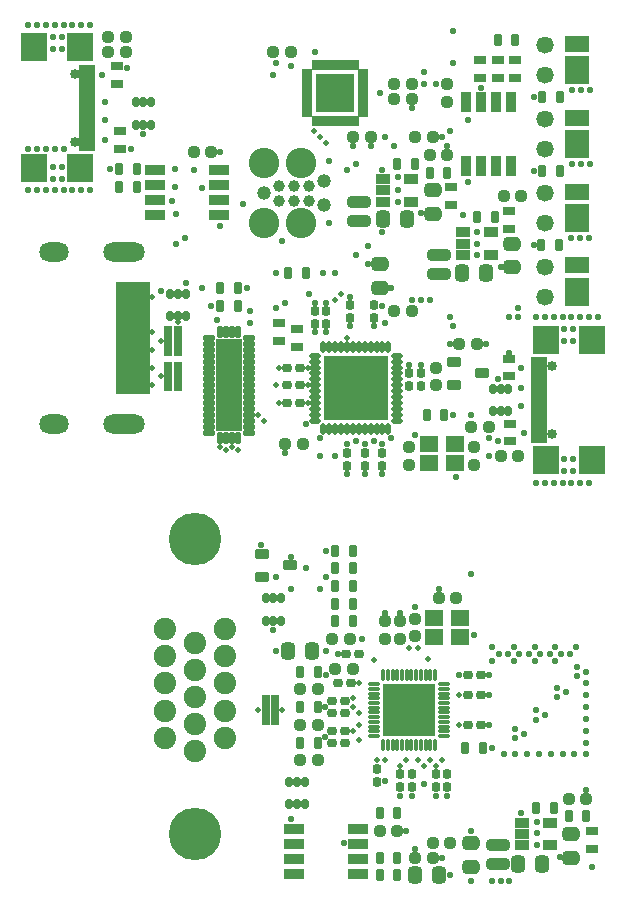
<source format=gts>
%FSLAX46Y46*%
%MOMM*%
%AMPS44*
21,1,5.500000,5.500000,0.000000,0.000000,180.000000*
%
%ADD44PS44*%
%AMPS23*
1,1,1.895000,0.000000,0.000000*
%
%ADD23PS23*%
%AMPS24*
1,1,4.446000,0.000000,0.000000*
%
%ADD24PS24*%
%AMPS48*
21,1,4.400000,4.400000,0.000000,0.000000,90.000000*
%
%ADD48PS48*%
%AMPS26*
21,1,0.450000,0.700000,0.000000,0.000000,90.000000*
%
%ADD26PS26*%
%AMPS29*
21,1,0.450000,0.700000,0.000000,0.000000,270.000000*
%
%ADD29PS29*%
%AMPS54*
21,1,0.800000,1.700000,0.000000,0.000000,0.000000*
%
%ADD54PS54*%
%AMPS39*
21,1,0.800000,1.700000,0.000000,0.000000,90.000000*
%
%ADD39PS39*%
%AMPS55*
21,1,0.800000,1.700000,0.000000,0.000000,180.000000*
%
%ADD55PS55*%
%AMPS38*
21,1,0.800000,1.700000,0.000000,0.000000,270.000000*
%
%ADD38PS38*%
%AMPS27*
21,1,0.650000,0.700000,0.000000,0.000000,90.000000*
%
%ADD27PS27*%
%AMPS28*
21,1,0.650000,0.700000,0.000000,0.000000,270.000000*
%
%ADD28PS28*%
%AMPS61*
21,1,0.800000,1.350000,0.000000,0.000000,90.000000*
%
%ADD61PS61*%
%AMPS31*
21,1,0.800000,1.350000,0.000000,0.000000,270.000000*
%
%ADD31PS31*%
%AMPS66*
21,1,0.500000,0.800000,0.000000,0.000000,0.000000*
%
%ADD66PS66*%
%AMPS68*
21,1,0.500000,0.800000,0.000000,0.000000,90.000000*
%
%ADD68PS68*%
%AMPS67*
21,1,0.500000,0.800000,0.000000,0.000000,180.000000*
%
%ADD67PS67*%
%AMPS69*
21,1,0.500000,0.800000,0.000000,0.000000,270.000000*
%
%ADD69PS69*%
%AMPS37*
21,1,1.300000,2.080000,0.000000,0.000000,90.000000*
%
%ADD37PS37*%
%AMPS72*
21,1,0.500000,2.800000,0.000000,0.000000,270.000000*
%
%ADD72PS72*%
%AMPS36*
21,1,2.400000,2.080000,0.000000,0.000000,90.000000*
%
%ADD36PS36*%
%AMPS62*
21,1,2.380000,2.200000,0.000000,0.000000,90.000000*
%
%ADD62PS62*%
%AMPS32*
21,1,2.380000,2.200000,0.000000,0.000000,270.000000*
%
%ADD32PS32*%
%AMPS63*
21,1,0.500000,1.350000,0.000000,0.000000,90.000000*
%
%ADD63PS63*%
%AMPS33*
21,1,0.500000,1.350000,0.000000,0.000000,270.000000*
%
%ADD33PS33*%
%AMPS53*
21,1,0.900000,1.200000,0.000000,0.000000,270.000000*
%
%ADD53PS53*%
%AMPS60*
21,1,1.600000,1.400000,0.000000,0.000000,0.000000*
%
%ADD60PS60*%
%AMPS65*
21,1,1.600000,1.400000,0.000000,0.000000,180.000000*
%
%ADD65PS65*%
%AMPS75*
1,1,0.550000,0.000000,0.000000*
%
%ADD75PS75*%
%AMPS76*
1,1,0.500000,0.000000,0.000000*
%
%ADD76PS76*%
%AMPS73*
21,1,1.800000,1.700000,0.000000,0.000000,0.000000*
1,1,1.700000,0.900000,0.000000*
1,1,1.700000,-0.900000,0.000000*
%
%ADD73PS73*%
%AMPS74*
21,1,0.800000,1.700000,0.000000,0.000000,0.000000*
1,1,1.700000,0.400000,0.000000*
1,1,1.700000,-0.400000,0.000000*
%
%ADD74PS74*%
%AMPS49*
1,1,2.575000,0.000000,0.000000*
%
%ADD49PS49*%
%AMPS51*
1,1,2.575000,0.000000,0.000000*
%
%ADD51PS51*%
%AMPS16*
1,1,1.470000,0.000000,0.000000*
%
%ADD16PS16*%
%AMPS64*
1,1,0.850000,0.000000,0.000000*
%
%ADD64PS64*%
%AMPS34*
1,1,0.850000,0.000000,0.000000*
%
%ADD34PS34*%
%AMPS52*
1,1,1.190600,0.000000,0.000000*
%
%ADD52PS52*%
%AMPS58*
21,1,2.249999,7.750000,0.000000,0.000000,180.000000*
%
%ADD58PS58*%
%AMPS22*
1,1,0.560000,-0.220000,0.195000*
1,1,0.560000,0.220000,-0.195000*
1,1,0.560000,0.220000,0.195000*
1,1,0.560000,-0.220000,-0.195000*
21,1,1.000000,0.390000,0.000000,0.000000,0.000000*
21,1,0.440000,0.950000,0.000000,0.000000,0.000000*
%
%ADD22PS22*%
%AMPS59*
1,1,0.560000,-0.195000,-0.220000*
1,1,0.560000,0.195000,0.220000*
1,1,0.560000,-0.195000,0.220000*
1,1,0.560000,0.195000,-0.220000*
21,1,1.000000,0.390000,0.000000,0.000000,90.000000*
21,1,0.440000,0.950000,0.000000,0.000000,90.000000*
%
%ADD59PS59*%
%AMPS13*
1,1,0.560000,0.220000,-0.195000*
1,1,0.560000,-0.220000,0.195000*
1,1,0.560000,-0.220000,-0.195000*
1,1,0.560000,0.220000,0.195000*
21,1,1.000000,0.390000,0.000000,0.000000,180.000000*
21,1,0.440000,0.950000,0.000000,0.000000,180.000000*
%
%ADD13PS13*%
%AMPS40*
1,1,0.560000,0.195000,0.220000*
1,1,0.560000,-0.195000,-0.220000*
1,1,0.560000,0.195000,-0.220000*
1,1,0.560000,-0.195000,0.220000*
21,1,1.000000,0.390000,0.000000,0.000000,270.000000*
21,1,0.440000,0.950000,0.000000,0.000000,270.000000*
%
%ADD40PS40*%
%AMPS12*
1,1,0.700000,-0.250000,0.375000*
1,1,0.700000,0.250000,-0.375000*
1,1,0.700000,0.250000,0.375000*
1,1,0.700000,-0.250000,-0.375000*
21,1,1.200000,0.750000,0.000000,0.000000,0.000000*
21,1,0.500000,1.450000,0.000000,0.000000,0.000000*
%
%ADD12PS12*%
%AMPS14*
1,1,0.700000,-0.375000,-0.250000*
1,1,0.700000,0.375000,0.250000*
1,1,0.700000,-0.375000,0.250000*
1,1,0.700000,0.375000,-0.250000*
21,1,1.200000,0.750000,0.000000,0.000000,90.000000*
21,1,0.500000,1.450000,0.000000,0.000000,90.000000*
%
%ADD14PS14*%
%AMPS71*
1,1,0.700000,0.250000,-0.375000*
1,1,0.700000,-0.250000,0.375000*
1,1,0.700000,-0.250000,-0.375000*
1,1,0.700000,0.250000,0.375000*
21,1,1.200000,0.750000,0.000000,0.000000,180.000000*
21,1,0.500000,1.450000,0.000000,0.000000,180.000000*
%
%ADD71PS71*%
%AMPS20*
1,1,0.700000,0.375000,0.250000*
1,1,0.700000,-0.375000,-0.250000*
1,1,0.700000,0.375000,-0.250000*
1,1,0.700000,-0.375000,0.250000*
21,1,1.200000,0.750000,0.000000,0.000000,270.000000*
21,1,0.500000,1.450000,0.000000,0.000000,270.000000*
%
%ADD20PS20*%
%AMPS43*
1,1,0.325000,0.062500,-0.337500*
1,1,0.325000,-0.062500,0.337500*
1,1,0.325000,-0.062500,-0.337500*
1,1,0.325000,0.062500,0.337500*
21,1,0.450000,0.675000,0.000000,0.000000,180.000000*
21,1,0.125000,1.000000,0.000000,0.000000,180.000000*
%
%ADD43PS43*%
%AMPS15*
1,1,0.440000,-0.130000,0.330000*
1,1,0.440000,0.130000,-0.330000*
1,1,0.440000,0.130000,0.330000*
1,1,0.440000,-0.130000,-0.330000*
21,1,0.700000,0.660000,0.000000,0.000000,0.000000*
21,1,0.260000,1.100000,0.000000,0.000000,0.000000*
%
%ADD15PS15*%
%AMPS30*
1,1,0.440000,-0.330000,-0.130000*
1,1,0.440000,0.330000,0.130000*
1,1,0.440000,-0.330000,0.130000*
1,1,0.440000,0.330000,-0.130000*
21,1,0.700000,0.660000,0.000000,0.000000,90.000000*
21,1,0.260000,1.100000,0.000000,0.000000,90.000000*
%
%ADD30PS30*%
%AMPS11*
1,1,0.440000,0.130000,-0.330000*
1,1,0.440000,-0.130000,0.330000*
1,1,0.440000,-0.130000,-0.330000*
1,1,0.440000,0.130000,0.330000*
21,1,0.700000,0.660000,0.000000,0.000000,180.000000*
21,1,0.260000,1.100000,0.000000,0.000000,180.000000*
%
%ADD11PS11*%
%AMPS35*
1,1,0.440000,0.330000,0.130000*
1,1,0.440000,-0.330000,-0.130000*
1,1,0.440000,0.330000,-0.130000*
1,1,0.440000,-0.330000,0.130000*
21,1,0.700000,0.660000,0.000000,0.000000,270.000000*
21,1,0.260000,1.100000,0.000000,0.000000,270.000000*
%
%ADD35PS35*%
%AMPS19*
1,1,0.400000,-0.110000,0.200000*
1,1,0.400000,0.110000,-0.200000*
1,1,0.400000,0.110000,0.200000*
1,1,0.400000,-0.110000,-0.200000*
21,1,0.620000,0.400000,0.000000,0.000000,0.000000*
21,1,0.220000,0.800000,0.000000,0.000000,0.000000*
%
%ADD19PS19*%
%AMPS18*
1,1,0.400000,0.110000,-0.200000*
1,1,0.400000,-0.110000,0.200000*
1,1,0.400000,-0.110000,-0.200000*
1,1,0.400000,0.110000,0.200000*
21,1,0.620000,0.400000,0.000000,0.000000,180.000000*
21,1,0.220000,0.800000,0.000000,0.000000,180.000000*
%
%ADD18PS18*%
%AMPS46*
1,1,0.300000,-0.050000,-0.375000*
1,1,0.300000,0.050000,0.375000*
1,1,0.300000,-0.050000,0.375000*
1,1,0.300000,0.050000,-0.375000*
21,1,1.050000,0.100000,0.000000,0.000000,90.000000*
21,1,0.750000,0.400000,0.000000,0.000000,90.000000*
%
%ADD46PS46*%
%AMPS17*
1,1,0.700000,0.650000,0.150000*
1,1,0.700000,-0.650000,-0.150000*
1,1,0.700000,0.650000,-0.150000*
1,1,0.700000,-0.650000,0.150000*
21,1,1.000000,1.300000,0.000000,0.000000,270.000000*
21,1,0.300000,2.000000,0.000000,0.000000,270.000000*
%
%ADD17PS17*%
%AMPS41*
1,1,0.440000,-0.180000,0.130000*
1,1,0.440000,0.180000,-0.130000*
1,1,0.440000,0.180000,0.130000*
1,1,0.440000,-0.180000,-0.130000*
21,1,0.800000,0.260000,0.000000,0.000000,0.000000*
21,1,0.360000,0.700000,0.000000,0.000000,0.000000*
%
%ADD41PS41*%
%AMPS10*
1,1,0.440000,-0.130000,-0.180000*
1,1,0.440000,0.130000,0.180000*
1,1,0.440000,-0.130000,0.180000*
1,1,0.440000,0.130000,-0.180000*
21,1,0.800000,0.260000,0.000000,0.000000,90.000000*
21,1,0.360000,0.700000,0.000000,0.000000,90.000000*
%
%ADD10PS10*%
%AMPS25*
1,1,0.440000,0.180000,-0.130000*
1,1,0.440000,-0.180000,0.130000*
1,1,0.440000,-0.180000,-0.130000*
1,1,0.440000,0.180000,0.130000*
21,1,0.800000,0.260000,0.000000,0.000000,180.000000*
21,1,0.360000,0.700000,0.000000,0.000000,180.000000*
%
%ADD25PS25*%
%AMPS21*
1,1,0.440000,0.130000,0.180000*
1,1,0.440000,-0.130000,-0.180000*
1,1,0.440000,0.130000,-0.180000*
1,1,0.440000,-0.130000,0.180000*
21,1,0.800000,0.260000,0.000000,0.000000,270.000000*
21,1,0.360000,0.700000,0.000000,0.000000,270.000000*
%
%ADD21PS21*%
%AMPS45*
1,1,0.540000,-0.330000,-0.180000*
1,1,0.540000,0.330000,0.180000*
1,1,0.540000,-0.330000,0.180000*
1,1,0.540000,0.330000,-0.180000*
21,1,0.900000,0.660000,0.000000,0.000000,90.000000*
21,1,0.360000,1.200000,0.000000,0.000000,90.000000*
%
%ADD45PS45*%
%AMPS47*
1,1,0.300000,-0.375000,-0.050000*
1,1,0.300000,0.375000,0.050000*
1,1,0.300000,-0.375000,0.050000*
1,1,0.300000,0.375000,-0.050000*
21,1,0.400000,0.750000,0.000000,0.000000,90.000000*
21,1,0.100000,1.050000,0.000000,0.000000,90.000000*
%
%ADD47PS47*%
%AMPS57*
1,1,0.324000,0.088000,-0.363000*
1,1,0.324000,-0.088000,0.363000*
1,1,0.324000,-0.088000,-0.363000*
1,1,0.324000,0.088000,0.363000*
21,1,0.500000,0.726000,0.000000,0.000000,180.000000*
21,1,0.176000,1.050000,0.000000,0.000000,180.000000*
%
%ADD57PS57*%
%AMPS56*
1,1,0.324000,0.363000,0.088000*
1,1,0.324000,-0.363000,-0.088000*
1,1,0.324000,0.363000,-0.088000*
1,1,0.324000,-0.363000,0.088000*
21,1,0.500000,0.726000,0.000000,0.000000,270.000000*
21,1,0.176000,1.050000,0.000000,0.000000,270.000000*
%
%ADD56PS56*%
%AMPS42*
1,1,0.325000,0.337500,-0.062500*
1,1,0.325000,-0.337500,0.062500*
1,1,0.325000,-0.337500,-0.062500*
1,1,0.325000,0.337500,0.062500*
21,1,1.000000,0.125000,0.000000,0.000000,180.000000*
21,1,0.675000,0.450000,0.000000,0.000000,180.000000*
%
%ADD42PS42*%
%AMPS70*
21,1,3.300000,3.300000,0.000000,0.000000,180.000000*
%
%ADD70PS70*%
%AMPS50*
1,1,0.987400,0.000000,0.000000*
%
%ADD50PS50*%
G01*
%LPD*%
G01*
%LPD*%
G75*
D10*
X22000000Y17300000D03*
D10*
X22000000Y16200000D03*
D11*
X20250000Y-9500000D03*
D11*
X18750000Y-9500000D03*
D11*
X20250000Y-5000000D03*
D11*
X18750000Y-5000000D03*
D12*
X29500056Y19999992D03*
D12*
X31500056Y19999992D03*
D13*
X13500000Y38750000D03*
D13*
X15000000Y38750000D03*
D14*
X22500008Y18750056D03*
D14*
X22500008Y20750056D03*
D15*
X15750000Y-19750000D03*
D15*
X17250000Y-19750000D03*
D16*
X36500000Y26770400D03*
D16*
X36500000Y24230401D03*
D15*
X29750000Y-20250000D03*
D15*
X31250000Y-20250000D03*
D17*
X20749992Y26049944D03*
D17*
X20749992Y24449944D03*
D15*
X461051Y28824203D03*
D15*
X1961051Y28824203D03*
D18*
X12850000Y-7550000D03*
D18*
X14150000Y-7550000D03*
D18*
X13500000Y-7550000D03*
D19*
X12850000Y-9450000D03*
D19*
X14150000Y-9450000D03*
D19*
X13500000Y-9450000D03*
D11*
X25500000Y29250000D03*
D11*
X24000000Y29250000D03*
D14*
X27000008Y25000056D03*
D14*
X27000008Y27000056D03*
D13*
X25500000Y-29500000D03*
D13*
X27000000Y-29500000D03*
D20*
X30249992Y-28250056D03*
D20*
X30249992Y-30250056D03*
D21*
X21250000Y3700000D03*
D21*
X21250000Y4800000D03*
D11*
X10500000Y17250000D03*
D11*
X9000000Y17250000D03*
D10*
X17000000Y16800000D03*
D10*
X17000000Y15700000D03*
D22*
X25250000Y34750000D03*
D22*
X23750000Y34750000D03*
D23*
X6850000Y-18185000D03*
D23*
X4310000Y-19330000D03*
D23*
X4310000Y-10170000D03*
D23*
X4310000Y-12460000D03*
D23*
X6850000Y-11315000D03*
D23*
X4310000Y-14750000D03*
D23*
X6850000Y-13605000D03*
D23*
X9390000Y-12460000D03*
D23*
X9390000Y-17040000D03*
D23*
X6850000Y-15895000D03*
D23*
X9390000Y-19330000D03*
D23*
X9390000Y-10170000D03*
D23*
X6850000Y-20475000D03*
D23*
X4310000Y-17040000D03*
D24*
X6850000Y-27495000D03*
D24*
X6850000Y-2505000D03*
D23*
X9390000Y-14750000D03*
D25*
X18450000Y-17250000D03*
D25*
X19550000Y-17250000D03*
D26*
X5400000Y13249998D03*
D26*
X5400000Y15249998D03*
D27*
X5400000Y14249998D03*
D28*
X4600000Y14249998D03*
D29*
X4600000Y15249998D03*
D29*
X4600000Y13249998D03*
D26*
X5400000Y13749998D03*
D29*
X4600000Y13749998D03*
D26*
X5400000Y14749998D03*
D29*
X4600000Y14749998D03*
D10*
X18000000Y16800000D03*
D10*
X18000000Y15700000D03*
D12*
X25500056Y-31000008D03*
D12*
X27500056Y-31000008D03*
D15*
X36250000Y28625000D03*
D15*
X37750000Y28625000D03*
D18*
X1850000Y34450000D03*
D18*
X3150000Y34450000D03*
D18*
X2500000Y34450000D03*
D19*
X1850000Y32550000D03*
D19*
X3150000Y32550000D03*
D19*
X2500000Y32550000D03*
D13*
X15750000Y-21250000D03*
D13*
X17250000Y-21250000D03*
D30*
X28587500Y25750000D03*
D30*
X28587500Y27250000D03*
D13*
X27500000Y-7500000D03*
D13*
X29000000Y-7500000D03*
D13*
X23750000Y16750000D03*
D13*
X25250000Y16750000D03*
D16*
X36500000Y20520400D03*
D16*
X36500000Y17980401D03*
D31*
X-2245000Y30800000D03*
D32*
X-2820000Y39110000D03*
D33*
X-2245000Y35250000D03*
D32*
X-6750000Y28890000D03*
D33*
X-2245000Y32750000D03*
D32*
X-2820000Y28890000D03*
D33*
X-2245000Y34250000D03*
D33*
X-2245000Y35750000D03*
D33*
X-2245000Y32250000D03*
D34*
X-3320000Y36890000D03*
D31*
X-2245000Y36400000D03*
D32*
X-6750000Y39110000D03*
D33*
X-2245000Y33750000D03*
D31*
X-2245000Y31600000D03*
D31*
X-2245000Y37200000D03*
D33*
X-2245000Y34750000D03*
D34*
X-3320000Y31110000D03*
D33*
X-2245000Y33250000D03*
D26*
X13650000Y-18000002D03*
D26*
X13650000Y-16000002D03*
D27*
X13650000Y-17000002D03*
D28*
X12850000Y-17000002D03*
D29*
X12850000Y-16000002D03*
D29*
X12850000Y-18000002D03*
D26*
X13650000Y-17500002D03*
D29*
X12850000Y-17500002D03*
D26*
X13650000Y-16500002D03*
D29*
X12850000Y-16500002D03*
D35*
X33520000Y7250000D03*
D35*
X33520000Y5750000D03*
D36*
X39250000Y30905000D03*
D37*
X39250000Y33145000D03*
D13*
X32750000Y4500000D03*
D13*
X34250000Y4500000D03*
D30*
X500000Y30500000D03*
D30*
X500000Y32000000D03*
D25*
X18450000Y-18750000D03*
D25*
X19550000Y-18750000D03*
D10*
X26000000Y11550000D03*
D10*
X26000000Y10450000D03*
D38*
X15300000Y-28365000D03*
D38*
X15300000Y-30905000D03*
D39*
X20700000Y-28365000D03*
D38*
X15300000Y-27095000D03*
D38*
X15300000Y-29635000D03*
D39*
X20700000Y-30905000D03*
D39*
X20700000Y-29635000D03*
D39*
X20700000Y-27095000D03*
D40*
X24250000Y-11000000D03*
D40*
X24250000Y-9500000D03*
D13*
X33000000Y26500000D03*
D13*
X34500000Y26500000D03*
D11*
X40000000Y-26000000D03*
D11*
X38500000Y-26000000D03*
D18*
X14850000Y-23050000D03*
D18*
X16150000Y-23050000D03*
D18*
X15500000Y-23050000D03*
D19*
X14850000Y-24950000D03*
D19*
X16150000Y-24950000D03*
D19*
X15500000Y-24950000D03*
D11*
X24000000Y-29500000D03*
D11*
X22500000Y-29500000D03*
D25*
X19700000Y-12250000D03*
D25*
X20800000Y-12250000D03*
D15*
X22500000Y-25750000D03*
D15*
X24000000Y-25750000D03*
D25*
X18450000Y-19750000D03*
D25*
X19550000Y-19750000D03*
D10*
X20000000Y17300000D03*
D10*
X20000000Y16200000D03*
D22*
X1000000Y38750000D03*
D22*
X-500000Y38750000D03*
D30*
X250000Y36000000D03*
D30*
X250000Y37500000D03*
D25*
X14700000Y9000000D03*
D25*
X15800000Y9000000D03*
D41*
X31050000Y-15750000D03*
D41*
X29950000Y-15750000D03*
D35*
X34000000Y38000000D03*
D35*
X34000000Y36500000D03*
D13*
X38500000Y-24500000D03*
D13*
X40000000Y-24500000D03*
D11*
X10500000Y18750000D03*
D11*
X9000000Y18750000D03*
D11*
X37250000Y-25250000D03*
D11*
X35750000Y-25250000D03*
D42*
X23950000Y10500000D03*
D43*
X21750000Y6800000D03*
D43*
X21250000Y6800000D03*
D42*
X23950000Y13000000D03*
D42*
X23950000Y9500000D03*
D43*
X20750000Y13700000D03*
D43*
X18750000Y6800000D03*
D44*
X20500000Y10250000D03*
D42*
X17050000Y7500000D03*
D42*
X23950000Y7500000D03*
D43*
X21250000Y13700000D03*
D42*
X17050000Y13000000D03*
D42*
X23950000Y11000000D03*
D43*
X20250000Y13700000D03*
D42*
X17050000Y11500000D03*
D42*
X23950000Y10000000D03*
D42*
X23950000Y12500000D03*
D42*
X17050000Y10000000D03*
D42*
X17050000Y12500000D03*
D43*
X19250000Y13700000D03*
D43*
X21750000Y13700000D03*
D43*
X17750000Y6800000D03*
D42*
X23950000Y12000000D03*
D43*
X23250000Y6800000D03*
D42*
X23950000Y9000000D03*
D42*
X17050000Y10500000D03*
D43*
X20750000Y6800000D03*
D43*
X20250000Y6800000D03*
D43*
X18250000Y6800000D03*
D42*
X17050000Y9000000D03*
D43*
X18250000Y13700000D03*
D43*
X22750000Y6800000D03*
D42*
X17050000Y8500000D03*
D42*
X23950000Y8500000D03*
D42*
X17050000Y9500000D03*
D42*
X23950000Y11500000D03*
D42*
X17050000Y12000000D03*
D43*
X17750000Y13700000D03*
D42*
X17050000Y8000000D03*
D43*
X18750000Y13700000D03*
D43*
X23250000Y13700000D03*
D43*
X22250000Y13700000D03*
D43*
X22250000Y6800000D03*
D43*
X22750000Y13700000D03*
D42*
X17050000Y11000000D03*
D42*
X23950000Y8000000D03*
D43*
X19250000Y6800000D03*
D43*
X19750000Y13700000D03*
D43*
X19750000Y6800000D03*
D19*
X33400000Y8300000D03*
D19*
X32100000Y8300000D03*
D19*
X32750000Y8300000D03*
D18*
X33400000Y10200000D03*
D18*
X32100000Y10200000D03*
D18*
X32750000Y10200000D03*
D14*
X38750008Y-29499944D03*
D14*
X38750008Y-27499944D03*
D45*
X31200000Y11500000D03*
D45*
X28800000Y12450000D03*
D45*
X28800000Y10550000D03*
D13*
X15750000Y-15250000D03*
D13*
X17250000Y-15250000D03*
D35*
X33500000Y12750000D03*
D35*
X33500000Y11250000D03*
D46*
X24800000Y-19950000D03*
D46*
X23200000Y-14050000D03*
D47*
X22050000Y-17600000D03*
D46*
X24400000Y-14050000D03*
D46*
X22800000Y-14050000D03*
D47*
X22050000Y-18800000D03*
D47*
X27950000Y-18000000D03*
D46*
X26800000Y-19950000D03*
D48*
X25000000Y-17000000D03*
D47*
X22050000Y-16000000D03*
D47*
X22050000Y-16800000D03*
D46*
X27200000Y-19950000D03*
D47*
X27950000Y-15200000D03*
D47*
X27950000Y-16800000D03*
D46*
X26000000Y-19950000D03*
D47*
X27950000Y-16400000D03*
D47*
X27950000Y-18400000D03*
D46*
X24800000Y-14050000D03*
D46*
X22800000Y-19950000D03*
D47*
X27950000Y-18800000D03*
D47*
X22050000Y-18000000D03*
D47*
X22050000Y-16400000D03*
D47*
X27950000Y-17600000D03*
D46*
X23200000Y-19950000D03*
D47*
X27950000Y-14800000D03*
D46*
X24000000Y-19950000D03*
D46*
X23600000Y-14050000D03*
D46*
X25200000Y-14050000D03*
D47*
X22050000Y-14800000D03*
D46*
X25600000Y-14050000D03*
D46*
X26400000Y-14050000D03*
D47*
X27950000Y-19200000D03*
D46*
X26800000Y-14050000D03*
D46*
X25200000Y-19950000D03*
D46*
X24400000Y-19950000D03*
D47*
X27950000Y-17200000D03*
D46*
X26400000Y-19950000D03*
D47*
X22050000Y-15200000D03*
D47*
X27950000Y-15600000D03*
D47*
X22050000Y-17200000D03*
D47*
X22050000Y-15600000D03*
D46*
X25600000Y-19950000D03*
D46*
X27200000Y-14050000D03*
D46*
X23600000Y-19950000D03*
D46*
X26000000Y-14050000D03*
D47*
X27950000Y-16000000D03*
D46*
X24000000Y-14050000D03*
D47*
X22050000Y-18400000D03*
D47*
X22050000Y-19200000D03*
D22*
X8250000Y30250000D03*
D22*
X6750000Y30250000D03*
D39*
X8911051Y26189203D03*
D39*
X8911051Y28729203D03*
D38*
X3511051Y26189203D03*
D39*
X8911051Y24919203D03*
D39*
X8911051Y27459203D03*
D38*
X3511051Y28729203D03*
D38*
X3511051Y27459203D03*
D38*
X3511051Y24919203D03*
D49*
X12710000Y29290000D03*
D50*
X16520000Y26115000D03*
D50*
X13980000Y26115000D03*
D49*
X15885000Y29290000D03*
D51*
X12710000Y24210000D03*
D52*
X17790000Y27766000D03*
D50*
X13980000Y27385000D03*
D50*
X15250000Y27385000D03*
D50*
X15250000Y26115000D03*
D50*
X16520000Y27385000D03*
D52*
X17790000Y25734000D03*
D52*
X12710000Y26750000D03*
D51*
X15885000Y24210000D03*
D40*
X23000000Y-11000000D03*
D40*
X23000000Y-9500000D03*
D15*
X461051Y27324203D03*
D15*
X1961051Y27324203D03*
D53*
X22800000Y27000000D03*
D53*
X25200000Y26050000D03*
D53*
X22800000Y27950000D03*
D53*
X25200000Y27950000D03*
D53*
X22800000Y26050000D03*
D22*
X24000000Y-27250000D03*
D22*
X22500000Y-27250000D03*
D13*
X29250000Y14000000D03*
D13*
X30750000Y14000000D03*
D15*
X32500000Y39750000D03*
D15*
X34000000Y39750000D03*
D26*
X5400000Y10249998D03*
D26*
X5400000Y12249998D03*
D27*
X5400000Y11249998D03*
D28*
X4600000Y11249998D03*
D29*
X4600000Y12249998D03*
D29*
X4600000Y10249998D03*
D26*
X5400000Y10749998D03*
D29*
X4600000Y10749998D03*
D26*
X5400000Y11749998D03*
D29*
X4600000Y11749998D03*
D11*
X20250000Y-8000000D03*
D11*
X18750000Y-8000000D03*
D13*
X-500000Y40000000D03*
D13*
X1000000Y40000000D03*
D21*
X22250000Y-23050000D03*
D21*
X22250000Y-21950000D03*
D25*
X14700000Y12000000D03*
D25*
X15800000Y12000000D03*
D54*
X31115000Y29050000D03*
D54*
X33655000Y29050000D03*
D55*
X31115000Y34450000D03*
D54*
X29845000Y29050000D03*
D54*
X32385000Y29050000D03*
D55*
X33655000Y34450000D03*
D55*
X32385000Y34450000D03*
D55*
X29845000Y34450000D03*
D18*
X4775000Y18250000D03*
D18*
X6075000Y18250000D03*
D18*
X5425000Y18250000D03*
D19*
X4775000Y16350000D03*
D19*
X6075000Y16350000D03*
D19*
X5425000Y16350000D03*
D56*
X8025000Y12000000D03*
D56*
X8025000Y10000001D03*
D56*
X8025000Y9500000D03*
D56*
X11475000Y8000000D03*
D56*
X8025000Y9000000D03*
D57*
X10000062Y14975000D03*
D57*
X9499938Y6025000D03*
D56*
X8025000Y8000000D03*
D56*
X11475000Y6500000D03*
D56*
X11475000Y6999999D03*
D56*
X11475000Y7500001D03*
D56*
X8025000Y6999999D03*
D56*
X11475000Y13000000D03*
D56*
X8025000Y6500000D03*
D56*
X11475000Y13499999D03*
D57*
X9499938Y14975000D03*
D56*
X11475000Y8499999D03*
D56*
X11475000Y9000000D03*
D58*
X9750000Y10500000D03*
D56*
X8025000Y14000001D03*
D56*
X8025000Y10999999D03*
D56*
X11475000Y14000001D03*
D56*
X8025000Y10500000D03*
D56*
X8025000Y7500001D03*
D56*
X11475000Y12500001D03*
D56*
X11475000Y11500000D03*
D56*
X11475000Y14500000D03*
D57*
X8999811Y6025000D03*
D56*
X11475000Y10500000D03*
D57*
X10000062Y6025000D03*
D56*
X8025000Y13499999D03*
D56*
X11475000Y9500000D03*
D57*
X10500189Y6025000D03*
D57*
X8999811Y14975000D03*
D56*
X8025000Y12500001D03*
D57*
X10500189Y14975000D03*
D56*
X8025000Y8499999D03*
D56*
X8025000Y11500000D03*
D56*
X11475000Y12000000D03*
D56*
X11475000Y10000001D03*
D56*
X8025000Y13000000D03*
D56*
X8025000Y14500000D03*
D56*
X11475000Y10999999D03*
D10*
X25000000Y11550000D03*
D10*
X25000000Y10450000D03*
D11*
X16250000Y20000000D03*
D11*
X14750000Y20000000D03*
D30*
X40500000Y-28750000D03*
D30*
X40500000Y-27250000D03*
D17*
X27499992Y21549944D03*
D17*
X27499992Y19949944D03*
D25*
X14700000Y10500000D03*
D25*
X15800000Y10500000D03*
D15*
X15750000Y-16750000D03*
D15*
X17250000Y-16750000D03*
D13*
X15750000Y-18250000D03*
D13*
X17250000Y-18250000D03*
D15*
X36200000Y22375000D03*
D15*
X37700000Y22375000D03*
D59*
X27250000Y12000000D03*
D59*
X27250000Y10500000D03*
D13*
X20250000Y31500000D03*
D13*
X21750000Y31500000D03*
D35*
X31000000Y38000000D03*
D35*
X31000000Y36500000D03*
D25*
X18450000Y-16250000D03*
D25*
X19550000Y-16250000D03*
D59*
X28250000Y36000000D03*
D59*
X28250000Y34500000D03*
D11*
X32250000Y24750000D03*
D11*
X30750000Y24750000D03*
D60*
X29350000Y-9200000D03*
D60*
X27150000Y-9200000D03*
D60*
X27150000Y-10800000D03*
D60*
X29350000Y-10800000D03*
D30*
X14000000Y14250000D03*
D30*
X14000000Y15750000D03*
D35*
X32500000Y38000000D03*
D35*
X32500000Y36500000D03*
D21*
X19750000Y3700000D03*
D21*
X19750000Y4800000D03*
D12*
X34250056Y-30000008D03*
D12*
X36250056Y-30000008D03*
D41*
X31050000Y-18250000D03*
D41*
X29950000Y-18250000D03*
D15*
X15750000Y-13750000D03*
D15*
X17250000Y-13750000D03*
D45*
X14950000Y-4750000D03*
D45*
X12550000Y-3800000D03*
D45*
X12550000Y-5700000D03*
D21*
X28250000Y-23550000D03*
D21*
X28250000Y-22450000D03*
D11*
X28250000Y28500000D03*
D11*
X26750000Y28500000D03*
D36*
X39200000Y18405000D03*
D37*
X39200000Y20645000D03*
D61*
X35995000Y12450000D03*
D62*
X36570000Y4140000D03*
D63*
X35995000Y8000000D03*
D62*
X40500000Y14360000D03*
D63*
X35995000Y10500000D03*
D62*
X36570000Y14360000D03*
D63*
X35995000Y9000000D03*
D63*
X35995000Y7500000D03*
D63*
X35995000Y11000000D03*
D64*
X37070000Y6360000D03*
D61*
X35995000Y6850000D03*
D62*
X40500000Y4140000D03*
D63*
X35995000Y9500000D03*
D61*
X35995000Y11650000D03*
D61*
X35995000Y6050000D03*
D63*
X35995000Y8500000D03*
D64*
X37070000Y12140000D03*
D63*
X35995000Y10000000D03*
D65*
X26650000Y3950000D03*
D65*
X28850000Y3950000D03*
D65*
X28850000Y5550000D03*
D65*
X26650000Y5550000D03*
D22*
X16000000Y5500000D03*
D22*
X14500000Y5500000D03*
D66*
X18000000Y32900000D03*
D67*
X18000000Y37600000D03*
D68*
X21100000Y35000000D03*
D66*
X20500000Y32900000D03*
D69*
X16400000Y36000000D03*
D66*
X17000000Y32900000D03*
D67*
X19500000Y37600000D03*
D68*
X21100000Y35500000D03*
D69*
X16400000Y34000000D03*
D66*
X18500000Y32900000D03*
D68*
X21100000Y36000000D03*
D66*
X20000000Y32900000D03*
D67*
X18500000Y37600000D03*
D68*
X21100000Y37000000D03*
D67*
X20000000Y37600000D03*
D69*
X16400000Y36500000D03*
D67*
X19000000Y37600000D03*
D70*
X18750000Y35250000D03*
D69*
X16400000Y33500000D03*
D68*
X21100000Y34000000D03*
D69*
X16400000Y37000000D03*
D69*
X16400000Y34500000D03*
D69*
X16400000Y35000000D03*
D68*
X21100000Y34500000D03*
D69*
X16400000Y35500000D03*
D67*
X20500000Y37600000D03*
D67*
X17000000Y37600000D03*
D66*
X19000000Y32900000D03*
D67*
X17500000Y37600000D03*
D66*
X19500000Y32900000D03*
D66*
X17500000Y32900000D03*
D68*
X21100000Y33500000D03*
D68*
X21100000Y36500000D03*
D36*
X39250000Y37155000D03*
D37*
X39250000Y39395000D03*
D11*
X24000000Y-31000000D03*
D11*
X22500000Y-31000000D03*
D13*
X30250000Y7000000D03*
D13*
X31750000Y7000000D03*
D12*
X22800056Y24549882D03*
D12*
X24800056Y24549882D03*
D71*
X16749944Y-11999992D03*
D71*
X14749944Y-11999992D03*
D13*
X26750000Y30000000D03*
D13*
X28250000Y30000000D03*
D30*
X33500000Y23750000D03*
D30*
X33500000Y25250000D03*
D11*
X20250000Y-3500000D03*
D11*
X18750000Y-3500000D03*
D15*
X36250000Y34875000D03*
D15*
X37750000Y34875000D03*
D15*
X26500000Y8000000D03*
D15*
X28000000Y8000000D03*
D13*
X23750000Y36000000D03*
D13*
X25250000Y36000000D03*
D17*
X32499992Y-28450056D03*
D17*
X32499992Y-30050056D03*
D30*
X15500000Y13750000D03*
D30*
X15500000Y15250000D03*
D22*
X20250000Y-13500000D03*
D22*
X18750000Y-13500000D03*
D21*
X24250000Y-23550000D03*
D21*
X24250000Y-22450000D03*
D21*
X25250000Y-23550000D03*
D21*
X25250000Y-22450000D03*
D40*
X30500000Y3750000D03*
D40*
X30500000Y5250000D03*
D14*
X33750008Y20500056D03*
D14*
X33750008Y22500056D03*
D13*
X18500000Y-11000000D03*
D13*
X20000000Y-11000000D03*
D53*
X29550000Y22500000D03*
D53*
X31950000Y21550000D03*
D53*
X29550000Y23450000D03*
D53*
X31950000Y23450000D03*
D53*
X29550000Y21550000D03*
D16*
X36500000Y33020400D03*
D16*
X36500000Y30480401D03*
D22*
X27000000Y31500000D03*
D22*
X25500000Y31500000D03*
D11*
X20250000Y-6500000D03*
D11*
X18750000Y-6500000D03*
D21*
X27250000Y-23550000D03*
D21*
X27250000Y-22450000D03*
D72*
X1620000Y13000000D03*
D72*
X1620000Y18500000D03*
D72*
X1620000Y10000000D03*
D72*
X1620000Y10500000D03*
D73*
X860000Y7250000D03*
D72*
X1620000Y11000000D03*
D72*
X1620000Y16000000D03*
D72*
X1620000Y15500000D03*
D72*
X1620000Y17500000D03*
D73*
X860000Y21750000D03*
D72*
X1620000Y14000000D03*
D72*
X1620000Y12500000D03*
D74*
X-5100000Y21750000D03*
D72*
X1620000Y11500000D03*
D72*
X1620000Y15000000D03*
D72*
X1620000Y16500000D03*
D72*
X1620000Y19000000D03*
D72*
X1620000Y13500000D03*
D74*
X-5100000Y7250000D03*
D72*
X1620000Y14500000D03*
D72*
X1620000Y12000000D03*
D72*
X1620000Y18000000D03*
D72*
X1620000Y17000000D03*
D22*
X28500000Y-28250000D03*
D22*
X27000000Y-28250000D03*
D53*
X34550000Y-27500000D03*
D53*
X36950000Y-28450000D03*
D53*
X34550000Y-26550000D03*
D53*
X36950000Y-26550000D03*
D53*
X34550000Y-28450000D03*
D36*
X39200000Y24655000D03*
D37*
X39200000Y26895000D03*
D59*
X25500000Y-9250000D03*
D59*
X25500000Y-10750000D03*
D41*
X31050000Y-14000000D03*
D41*
X29950000Y-14000000D03*
D16*
X36500000Y39270400D03*
D16*
X36500000Y36730401D03*
D21*
X22750000Y3700000D03*
D21*
X22750000Y4800000D03*
D25*
X18950000Y-14750000D03*
D25*
X20050000Y-14750000D03*
D59*
X25000000Y5250000D03*
D59*
X25000000Y3750000D03*
D75*
X18750000Y10250000D03*
D75*
X24050000Y27049890D03*
D75*
X18750000Y8500000D03*
D75*
X17500000Y6000000D03*
D75*
X22750000Y17250000D03*
D75*
X11500000Y15750000D03*
D75*
X28250000Y-24250000D03*
D76*
X24250000Y-21750000D03*
D75*
X30250000Y-5500000D03*
D76*
X4000000Y11250000D03*
D76*
X26600000Y-12650000D03*
D75*
X32600000Y-12250000D03*
D75*
X28500000Y32000000D03*
D75*
X37500000Y-15900000D03*
D75*
X36000000Y-20750000D03*
D75*
X36500000Y16250000D03*
D75*
X23500000Y-15500000D03*
D76*
X20250000Y-18750000D03*
D75*
X17875000Y-19250000D03*
D75*
X14250000Y22750000D03*
D75*
X-2000000Y41000000D03*
D75*
X40250000Y23000000D03*
D75*
X18000000Y-5750000D03*
D76*
X14250000Y-17000000D03*
D75*
X38000000Y-20750000D03*
D75*
X21750000Y30750000D03*
D75*
X37000000Y-20750000D03*
D75*
X23500000Y-17000000D03*
D75*
X40500000Y-30250000D03*
D75*
X24750000Y-27250000D03*
D75*
X37800000Y-29450000D03*
D75*
X26250000Y-23250000D03*
D75*
X18750000Y35250000D03*
D75*
X22500000Y35250000D03*
D75*
X13750000Y17000000D03*
D75*
X22000000Y5750000D03*
D76*
X20750000Y-17250000D03*
D75*
X-5000000Y27000000D03*
D76*
X3250000Y13500000D03*
D75*
X29525000Y24950000D03*
D75*
X33000000Y-20750000D03*
D75*
X39000000Y-20750000D03*
D75*
X33500000Y-31500000D03*
D75*
X25125000Y-18500000D03*
D75*
X40000000Y-19750000D03*
D75*
X9000000Y30250000D03*
D76*
X27750000Y-21250000D03*
D75*
X32000000Y-31500000D03*
D75*
X40250000Y2250000D03*
D76*
X23000000Y-21250000D03*
D75*
X33875000Y-12875000D03*
D75*
X35750000Y2250000D03*
D75*
X26750000Y17750000D03*
D75*
X40000000Y-14750000D03*
D75*
X18750002Y36499999D03*
D75*
X16500000Y18250000D03*
D75*
X8750000Y16000000D03*
D75*
X26000000Y17750000D03*
D75*
X34520000Y10250000D03*
D75*
X26050000Y25049890D03*
D75*
X38000000Y16250000D03*
D75*
X23458871Y6020565D03*
D75*
X34000000Y-20750000D03*
D76*
X12250000Y7995000D03*
D76*
X16425000Y10500000D03*
D75*
X-5160000Y28000000D03*
D75*
X30750000Y23500000D03*
D75*
X18250000Y24250000D03*
D75*
X5250000Y22500000D03*
D75*
X25500000Y-28750000D03*
D75*
X16250000Y-5000000D03*
D75*
X35550000Y22375000D03*
D75*
X20000002Y35249999D03*
D75*
X33500000Y13250000D03*
D76*
X27250000Y-21750000D03*
D75*
X18750000Y20000000D03*
D75*
X35750000Y-17800000D03*
D75*
X36100000Y-12250000D03*
D75*
X9250000Y13750000D03*
D75*
X37500000Y-15100000D03*
D76*
X3250000Y17995000D03*
D75*
X-5750000Y27000000D03*
D75*
X19750000Y5500000D03*
D75*
X1095799Y37325633D03*
D75*
X35600000Y34875000D03*
D75*
X35150000Y-12250000D03*
D75*
X20500000Y5750000D03*
D75*
X17500000Y4500000D03*
D75*
X23750000Y30750000D03*
D75*
X-5000000Y41000000D03*
D75*
X22750000Y3000000D03*
D75*
X22250000Y10250000D03*
D75*
X40250000Y16250000D03*
D75*
X25000000Y-17000000D03*
D75*
X15000000Y-6750000D03*
D75*
X18000000Y17500000D03*
D75*
X9000000Y24000000D03*
D75*
X35750000Y-17000000D03*
D76*
X3250000Y15000000D03*
D76*
X3250000Y10500000D03*
D75*
X23500000Y18750000D03*
D75*
X-6500000Y30500000D03*
D75*
X5250000Y25000000D03*
D75*
X16250000Y7250000D03*
D76*
X29250000Y-18250000D03*
D75*
X17500002Y36499999D03*
D75*
X35800000Y-27450000D03*
D75*
X28750000Y40500000D03*
D75*
X40000000Y-16750000D03*
D75*
X35800000Y-26450000D03*
D75*
X-3500000Y41000000D03*
D75*
X41000000Y16250000D03*
D75*
X39500000Y2250000D03*
D75*
X23000000Y31500000D03*
D76*
X14000000Y12000000D03*
D75*
X39500000Y16250000D03*
D76*
X9000000Y5250000D03*
D76*
X16970000Y32030000D03*
D75*
X35625000Y-12875000D03*
D75*
X28500000Y-31000000D03*
D75*
X18750000Y4500000D03*
D75*
X39125000Y-11625000D03*
D75*
X-2000000Y27000000D03*
D75*
X15000000Y-26250000D03*
D76*
X16425000Y12000000D03*
D75*
X34250000Y17000000D03*
D75*
X20000000Y18000000D03*
D75*
X38650000Y-12250000D03*
D75*
X37250000Y16250000D03*
D75*
X-3500000Y27000000D03*
D75*
X30000000Y27750000D03*
D75*
X27750000Y31500000D03*
D76*
X16424686Y9000163D03*
D75*
X6075000Y19175000D03*
D76*
X20750000Y-14750000D03*
D75*
X21500000Y20750000D03*
D75*
X20500000Y29250000D03*
D76*
X12750000Y7500000D03*
D76*
X3250000Y12000000D03*
D75*
X20000002Y33999999D03*
D75*
X18000000Y-12000000D03*
D75*
X24250000Y-8750000D03*
D75*
X39250000Y-14150000D03*
D75*
X40000000Y-18750000D03*
D75*
X25500000Y-8250000D03*
D75*
X-4250000Y27000000D03*
D75*
X13750000Y20000000D03*
D75*
X18750000Y12000000D03*
D75*
X33500000Y16250000D03*
D75*
X22750000Y28750000D03*
D76*
X26250000Y-21750000D03*
D75*
X25250000Y17750000D03*
D75*
X13500000Y-10250000D03*
D75*
X30250000Y-31500000D03*
D75*
X17000000Y38750000D03*
D75*
X33400000Y-12250000D03*
D75*
X20250000Y30750000D03*
D75*
X10250000Y13750000D03*
D75*
X40300000Y29250000D03*
D75*
X39250000Y-13350000D03*
D75*
X20000000Y15500000D03*
D75*
X29000000Y2750000D03*
D75*
X-6500000Y41000000D03*
D75*
X30750000Y22500000D03*
D76*
X22250000Y-21250000D03*
D75*
X26250000Y37000000D03*
D75*
X17500002Y33999999D03*
D75*
X38000000Y2250000D03*
D75*
X24250000Y-24250000D03*
D75*
X-5160000Y40000000D03*
D75*
X31750000Y-15750000D03*
D75*
X20500000Y21500000D03*
D75*
X26000000Y12250000D03*
D75*
X-288949Y28824203D03*
D76*
X24750000Y-21225000D03*
D76*
X14000000Y9000000D03*
D75*
X9250000Y7250000D03*
D75*
X32000000Y-20250000D03*
D75*
X1500000Y30500000D03*
D75*
X-7250000Y30500000D03*
D75*
X32000000Y-11625000D03*
D76*
X20750000Y-18250000D03*
D75*
X13750000Y-5750000D03*
D75*
X18000000Y-14000000D03*
D75*
X30250000Y8000000D03*
D75*
X38250000Y-15500000D03*
D75*
X6000000Y23000000D03*
D75*
X30750000Y21500000D03*
D75*
X35800000Y-28450000D03*
D75*
X19500000Y-28250000D03*
D75*
X4961051Y26074203D03*
D75*
X23000000Y-8750000D03*
D75*
X28750000Y15500000D03*
D75*
X10250000Y7250000D03*
D75*
X22750000Y5500000D03*
D75*
X26250000Y36000000D03*
D75*
X37375000Y-11625000D03*
D75*
X26500000Y-15500000D03*
D75*
X30250000Y-27250000D03*
D76*
X29250000Y-15750000D03*
D75*
X-770000Y33000000D03*
D76*
X13750000Y10500000D03*
D76*
X12250000Y-17000000D03*
D75*
X15000000Y37500000D03*
D75*
X19750000Y28750000D03*
D75*
X32000000Y-12875000D03*
D75*
X35600000Y28625000D03*
D75*
X5211051Y28824203D03*
D75*
X2500000Y31750000D03*
D75*
X-4410000Y29000000D03*
D75*
X38750000Y16250000D03*
D75*
X34250000Y16250000D03*
D75*
X11500000Y16750000D03*
D76*
X10000000Y5250000D03*
D75*
X25250000Y34000000D03*
D75*
X18250000Y29500000D03*
D75*
X9250000Y8500000D03*
D75*
X22250000Y12000000D03*
D75*
X-4410000Y39000000D03*
D75*
X15000000Y-4000000D03*
D75*
X28500000Y14000000D03*
D75*
X17500000Y-6750000D03*
D75*
X27500000Y-6750000D03*
D75*
X20500000Y12000000D03*
D75*
X38800000Y35500000D03*
D75*
X20500000Y10250000D03*
D75*
X9250000Y11500000D03*
D75*
X27750000Y-29500000D03*
D75*
X-2750000Y41000000D03*
D75*
X38910000Y3250000D03*
D75*
X27250000Y-24250000D03*
D75*
X-5000000Y30500000D03*
D75*
X38750000Y23000000D03*
D75*
X38800000Y29250000D03*
D76*
X20250000Y-16000000D03*
D75*
X18750002Y33999999D03*
D75*
X39500000Y23000000D03*
D76*
X22000000Y-12750000D03*
D75*
X40000000Y-17750000D03*
D76*
X4000000Y14250000D03*
D75*
X4000000Y18500000D03*
D75*
X-6500000Y27000000D03*
D75*
X22250000Y8500000D03*
D75*
X-5750000Y41000000D03*
D75*
X31500000Y14000000D03*
D75*
X25500000Y6250000D03*
D75*
X-5160000Y39000000D03*
D75*
X31750000Y6000000D03*
D75*
X21000000Y-11000000D03*
D75*
X38160000Y4250000D03*
D76*
X5425000Y15825000D03*
D75*
X13750000Y-12000000D03*
D75*
X-770000Y34500000D03*
D75*
X30000000Y33000000D03*
D75*
X37250000Y2250000D03*
D75*
X32750000Y-31500000D03*
D75*
X34520000Y12000000D03*
D75*
X-1020000Y36750000D03*
D75*
X35625000Y-11625000D03*
D76*
X25750000Y-11750000D03*
D75*
X10250000Y8500000D03*
D75*
X38750000Y2250000D03*
D75*
X38160000Y15250000D03*
D75*
X23500000Y-18500000D03*
D75*
X19750000Y3000000D03*
D75*
X13500000Y36750000D03*
D75*
X33875000Y-11625000D03*
D75*
X28250000Y30750000D03*
D75*
X17750000Y20000000D03*
D75*
X31750000Y-14000000D03*
D75*
X-2750000Y27000000D03*
D75*
X24050000Y28105000D03*
D75*
X7500000Y18750000D03*
D75*
X26500000Y-17000000D03*
D75*
X34750000Y-19000000D03*
D75*
X34000000Y-19400000D03*
D75*
X11250000Y18750000D03*
D75*
X38910000Y15250000D03*
D76*
X18000000Y31000000D03*
D75*
X35000000Y-20750000D03*
D75*
X32500000Y11000000D03*
D75*
X-7250000Y27000000D03*
D75*
X14500000Y4750000D03*
D75*
X18000000Y15000000D03*
D75*
X28500000Y16250000D03*
D75*
X25000000Y12250000D03*
D75*
X23000000Y-23000000D03*
D75*
X31115000Y35635000D03*
D75*
X31750000Y4500000D03*
D76*
X26750000Y-21250000D03*
D75*
X40000000Y-13750000D03*
D75*
X38160000Y14250000D03*
D75*
X21250000Y3000000D03*
D75*
X29250000Y-14000000D03*
D75*
X31750000Y-18250000D03*
D76*
X25750000Y-21250000D03*
D75*
X38910000Y4250000D03*
D76*
X9500000Y5000000D03*
D75*
X28750000Y37750000D03*
D75*
X12500000Y-3000000D03*
D75*
X7450388Y27195104D03*
D75*
X25000000Y-15500000D03*
D75*
X39550000Y35500000D03*
D75*
X20000002Y36499999D03*
D76*
X19745000Y14500000D03*
D75*
X38160000Y3250000D03*
D75*
X8250000Y17250000D03*
D76*
X18750000Y17750000D03*
D76*
X20250000Y-16750000D03*
D75*
X36900000Y-12250000D03*
D75*
X22000000Y15500000D03*
D75*
X-4250000Y30500000D03*
D75*
X27250000Y36000000D03*
D75*
X-7250000Y41000000D03*
D75*
X37850000Y-12250000D03*
D75*
X38910000Y14250000D03*
D75*
X34500000Y-25750000D03*
D75*
X37375000Y-12875000D03*
D75*
X20625000Y8500000D03*
D76*
X10500000Y5000000D03*
D75*
X21250000Y5500000D03*
D76*
X17500000Y31530000D03*
D75*
X40000000Y-23750000D03*
D75*
X39550000Y29250000D03*
D75*
X36500000Y2250000D03*
D75*
X-5750000Y30500000D03*
D75*
X36500000Y-17400000D03*
D75*
X17900000Y-16750000D03*
D75*
X32520000Y5750000D03*
D76*
X20750000Y-19500000D03*
D75*
X30500000Y-10645000D03*
D75*
X25250000Y-24250000D03*
D75*
X28750000Y8000000D03*
D75*
X17500002Y35249999D03*
D75*
X17000000Y15000000D03*
D75*
X40300000Y35500000D03*
D75*
X-4250000Y41000000D03*
D75*
X18000000Y-3500000D03*
D75*
X34000000Y-18600000D03*
D75*
X17000000Y17500000D03*
D75*
X40000000Y-20750000D03*
D75*
X21500000Y22250000D03*
D75*
X35750000Y16250000D03*
D75*
X19000000Y-12250000D03*
D75*
X-4410000Y28000000D03*
D75*
X26500000Y-18500000D03*
D75*
X34520000Y8750000D03*
D75*
X10979680Y25879680D03*
D75*
X6750000Y28750000D03*
D75*
X40000000Y-15750000D03*
D75*
X5211051Y27324203D03*
D75*
X34350000Y-12250000D03*
D75*
X-4410000Y40000000D03*
D75*
X-770000Y31250000D03*
D75*
X10250000Y11500000D03*
D76*
X19250000Y18250000D03*
D75*
X32750000Y20500000D03*
D75*
X-5160000Y29000000D03*
D75*
X22750000Y23500000D03*
D76*
X25000000Y-11750000D03*
D75*
X13719997Y37750000D03*
D75*
X23000000Y15750000D03*
D75*
X14500000Y17500000D03*
D75*
X9750000Y10500000D03*
D75*
X24050000Y26049890D03*
D75*
X34770000Y6500000D03*
M02*

</source>
